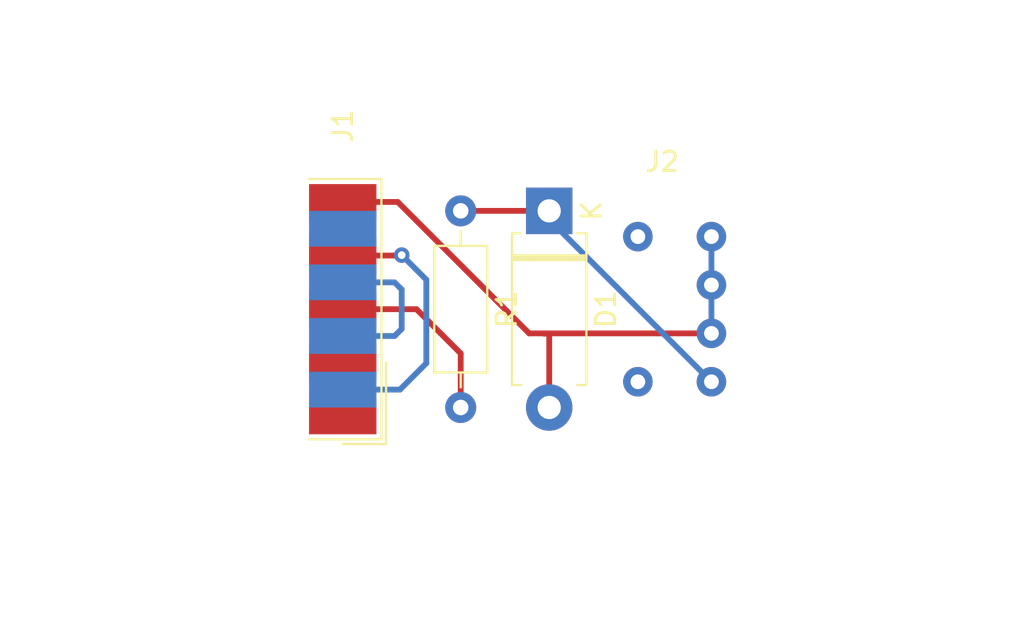
<source format=kicad_pcb>
(kicad_pcb (version 20171130) (host pcbnew 5.1.9)

  (general
    (thickness 1.6)
    (drawings 4)
    (tracks 27)
    (zones 0)
    (modules 4)
    (nets 11)
  )

  (page A4)
  (layers
    (0 F.Cu signal)
    (31 B.Cu signal)
    (32 B.Adhes user)
    (33 F.Adhes user)
    (34 B.Paste user)
    (35 F.Paste user)
    (36 B.SilkS user)
    (37 F.SilkS user)
    (38 B.Mask user)
    (39 F.Mask user)
    (40 Dwgs.User user)
    (41 Cmts.User user)
    (42 Eco1.User user)
    (43 Eco2.User user)
    (44 Edge.Cuts user)
    (45 Margin user)
    (46 B.CrtYd user)
    (47 F.CrtYd user)
    (48 B.Fab user)
    (49 F.Fab user)
  )

  (setup
    (last_trace_width 0.3)
    (trace_clearance 0.2)
    (zone_clearance 0.508)
    (zone_45_only no)
    (trace_min 0.2)
    (via_size 0.8)
    (via_drill 0.4)
    (via_min_size 0.4)
    (via_min_drill 0.3)
    (uvia_size 0.3)
    (uvia_drill 0.1)
    (uvias_allowed no)
    (uvia_min_size 0.2)
    (uvia_min_drill 0.1)
    (edge_width 0.05)
    (segment_width 0.2)
    (pcb_text_width 0.3)
    (pcb_text_size 1.5 1.5)
    (mod_edge_width 0.12)
    (mod_text_size 1 1)
    (mod_text_width 0.15)
    (pad_size 1.524 1.524)
    (pad_drill 0.762)
    (pad_to_mask_clearance 0)
    (aux_axis_origin 0 0)
    (visible_elements FFFFFF7F)
    (pcbplotparams
      (layerselection 0x010fc_ffffffff)
      (usegerberextensions false)
      (usegerberattributes true)
      (usegerberadvancedattributes true)
      (creategerberjobfile true)
      (excludeedgelayer true)
      (linewidth 0.100000)
      (plotframeref false)
      (viasonmask false)
      (mode 1)
      (useauxorigin false)
      (hpglpennumber 1)
      (hpglpenspeed 20)
      (hpglpendiameter 15.000000)
      (psnegative false)
      (psa4output false)
      (plotreference true)
      (plotvalue true)
      (plotinvisibletext false)
      (padsonsilk false)
      (subtractmaskfromsilk false)
      (outputformat 1)
      (mirror false)
      (drillshape 1)
      (scaleselection 1)
      (outputdirectory ""))
  )

  (net 0 "")
  (net 1 "Net-(D1-Pad1)")
  (net 2 GND)
  (net 3 "Net-(J1-Pad1)")
  (net 4 "Net-(J1-Pad2)")
  (net 5 "Net-(J1-Pad3)")
  (net 6 "Net-(J1-Pad4)")
  (net 7 "Net-(J1-Pad7)")
  (net 8 "Net-(J1-Pad9)")
  (net 9 "Net-(J2-Pad1)")
  (net 10 "Net-(J2-Pad4)")

  (net_class Default "This is the default net class."
    (clearance 0.2)
    (trace_width 0.3)
    (via_dia 0.8)
    (via_drill 0.4)
    (uvia_dia 0.3)
    (uvia_drill 0.1)
    (add_net GND)
    (add_net "Net-(D1-Pad1)")
    (add_net "Net-(J1-Pad1)")
    (add_net "Net-(J1-Pad2)")
    (add_net "Net-(J1-Pad3)")
    (add_net "Net-(J1-Pad4)")
    (add_net "Net-(J1-Pad7)")
    (add_net "Net-(J1-Pad9)")
    (add_net "Net-(J2-Pad1)")
    (add_net "Net-(J2-Pad4)")
  )

  (module Diode_THT:D_DO-15_P10.16mm_Horizontal (layer F.Cu) (tedit 5AE50CD5) (tstamp 60378413)
    (at 145.288 76.2 270)
    (descr "Diode, DO-15 series, Axial, Horizontal, pin pitch=10.16mm, , length*diameter=7.6*3.6mm^2, , http://www.diodes.com/_files/packages/DO-15.pdf")
    (tags "Diode DO-15 series Axial Horizontal pin pitch 10.16mm  length 7.6mm diameter 3.6mm")
    (path /6036EB86)
    (fp_text reference D1 (at 5.08 -2.92 90) (layer F.SilkS)
      (effects (font (size 1 1) (thickness 0.15)))
    )
    (fp_text value 1N4148 (at 5.08 2.92 90) (layer F.Fab)
      (effects (font (size 1 1) (thickness 0.15)))
    )
    (fp_line (start 11.61 -2.05) (end -1.45 -2.05) (layer F.CrtYd) (width 0.05))
    (fp_line (start 11.61 2.05) (end 11.61 -2.05) (layer F.CrtYd) (width 0.05))
    (fp_line (start -1.45 2.05) (end 11.61 2.05) (layer F.CrtYd) (width 0.05))
    (fp_line (start -1.45 -2.05) (end -1.45 2.05) (layer F.CrtYd) (width 0.05))
    (fp_line (start 2.3 -1.92) (end 2.3 1.92) (layer F.SilkS) (width 0.12))
    (fp_line (start 2.54 -1.92) (end 2.54 1.92) (layer F.SilkS) (width 0.12))
    (fp_line (start 2.42 -1.92) (end 2.42 1.92) (layer F.SilkS) (width 0.12))
    (fp_line (start 9 1.92) (end 9 1.44) (layer F.SilkS) (width 0.12))
    (fp_line (start 1.16 1.92) (end 9 1.92) (layer F.SilkS) (width 0.12))
    (fp_line (start 1.16 1.44) (end 1.16 1.92) (layer F.SilkS) (width 0.12))
    (fp_line (start 9 -1.92) (end 9 -1.44) (layer F.SilkS) (width 0.12))
    (fp_line (start 1.16 -1.92) (end 9 -1.92) (layer F.SilkS) (width 0.12))
    (fp_line (start 1.16 -1.44) (end 1.16 -1.92) (layer F.SilkS) (width 0.12))
    (fp_line (start 2.32 -1.8) (end 2.32 1.8) (layer F.Fab) (width 0.1))
    (fp_line (start 2.52 -1.8) (end 2.52 1.8) (layer F.Fab) (width 0.1))
    (fp_line (start 2.42 -1.8) (end 2.42 1.8) (layer F.Fab) (width 0.1))
    (fp_line (start 10.16 0) (end 8.88 0) (layer F.Fab) (width 0.1))
    (fp_line (start 0 0) (end 1.28 0) (layer F.Fab) (width 0.1))
    (fp_line (start 8.88 -1.8) (end 1.28 -1.8) (layer F.Fab) (width 0.1))
    (fp_line (start 8.88 1.8) (end 8.88 -1.8) (layer F.Fab) (width 0.1))
    (fp_line (start 1.28 1.8) (end 8.88 1.8) (layer F.Fab) (width 0.1))
    (fp_line (start 1.28 -1.8) (end 1.28 1.8) (layer F.Fab) (width 0.1))
    (fp_text user %R (at 5.65 0 90) (layer F.Fab)
      (effects (font (size 1 1) (thickness 0.15)))
    )
    (fp_text user K (at 0 -2.2 90) (layer F.Fab)
      (effects (font (size 1 1) (thickness 0.15)))
    )
    (fp_text user K (at 0 -2.2 90) (layer F.SilkS)
      (effects (font (size 1 1) (thickness 0.15)))
    )
    (pad 1 thru_hole rect (at 0 0 270) (size 2.4 2.4) (drill 1.2) (layers *.Cu *.Mask)
      (net 1 "Net-(D1-Pad1)"))
    (pad 2 thru_hole oval (at 10.16 0 270) (size 2.4 2.4) (drill 1.2) (layers *.Cu *.Mask)
      (net 2 GND))
    (model ${KISYS3DMOD}/Diode_THT.3dshapes/D_DO-15_P10.16mm_Horizontal.wrl
      (at (xyz 0 0 0))
      (scale (xyz 1 1 1))
      (rotate (xyz 0 0 0))
    )
  )

  (module Connector_Dsub:DSUB-9_Female_EdgeMount_P2.77mm (layer F.Cu) (tedit 59FEDEE2) (tstamp 603780E8)
    (at 134.62 81.28 270)
    (descr "9-pin D-Sub connector, solder-cups edge-mounted, female, x-pin-pitch 2.77mm, distance of mounting holes 25mm, see https://disti-assets.s3.amazonaws.com/tonar/files/datasheets/16730.pdf")
    (tags "9-pin D-Sub connector edge mount solder cup female x-pin-pitch 2.77mm mounting holes distance 25mm")
    (path /60369E1B)
    (attr smd)
    (fp_text reference J1 (at -9.463333 0 90) (layer F.SilkS)
      (effects (font (size 1 1) (thickness 0.15)))
    )
    (fp_text value DB9_Female (at 0 16.86 90) (layer F.Fab)
      (effects (font (size 1 1) (thickness 0.15)))
    )
    (fp_line (start -15.425 1.99) (end 15.425 1.99) (layer Dwgs.User) (width 0.05))
    (fp_line (start 6.963333 -2.24) (end 2.77 -2.24) (layer F.SilkS) (width 0.12))
    (fp_line (start 6.963333 0) (end 6.963333 -2.24) (layer F.SilkS) (width 0.12))
    (fp_line (start -6.723333 -2) (end -6.723333 1.74) (layer F.SilkS) (width 0.12))
    (fp_line (start 6.723333 -2) (end -6.723333 -2) (layer F.SilkS) (width 0.12))
    (fp_line (start 6.723333 1.74) (end 6.723333 -2) (layer F.SilkS) (width 0.12))
    (fp_line (start -7 1.5) (end -7 -2.25) (layer F.CrtYd) (width 0.05))
    (fp_line (start -8.05 1.5) (end -7 1.5) (layer F.CrtYd) (width 0.05))
    (fp_line (start -8.05 4.3) (end -8.05 1.5) (layer F.CrtYd) (width 0.05))
    (fp_line (start -9.05 4.3) (end -8.05 4.3) (layer F.CrtYd) (width 0.05))
    (fp_line (start -9.05 8.8) (end -9.05 4.3) (layer F.CrtYd) (width 0.05))
    (fp_line (start -15.95 8.8) (end -9.05 8.8) (layer F.CrtYd) (width 0.05))
    (fp_line (start -15.95 10.2) (end -15.95 8.8) (layer F.CrtYd) (width 0.05))
    (fp_line (start -8.65 10.2) (end -15.95 10.2) (layer F.CrtYd) (width 0.05))
    (fp_line (start -8.65 16.4) (end -8.65 10.2) (layer F.CrtYd) (width 0.05))
    (fp_line (start 8.65 16.4) (end -8.65 16.4) (layer F.CrtYd) (width 0.05))
    (fp_line (start 8.65 10.2) (end 8.65 16.4) (layer F.CrtYd) (width 0.05))
    (fp_line (start 15.95 10.2) (end 8.65 10.2) (layer F.CrtYd) (width 0.05))
    (fp_line (start 15.95 8.8) (end 15.95 10.2) (layer F.CrtYd) (width 0.05))
    (fp_line (start 9.05 8.8) (end 15.95 8.8) (layer F.CrtYd) (width 0.05))
    (fp_line (start 9.05 4.3) (end 9.05 8.8) (layer F.CrtYd) (width 0.05))
    (fp_line (start 8.05 4.3) (end 9.05 4.3) (layer F.CrtYd) (width 0.05))
    (fp_line (start 8.05 1.5) (end 8.05 4.3) (layer F.CrtYd) (width 0.05))
    (fp_line (start 7 1.5) (end 8.05 1.5) (layer F.CrtYd) (width 0.05))
    (fp_line (start 7 -2.25) (end 7 1.5) (layer F.CrtYd) (width 0.05))
    (fp_line (start -7 -2.25) (end 7 -2.25) (layer F.CrtYd) (width 0.05))
    (fp_line (start 8.15 9.69) (end -8.15 9.69) (layer F.Fab) (width 0.1))
    (fp_line (start 8.15 15.86) (end 8.15 9.69) (layer F.Fab) (width 0.1))
    (fp_line (start -8.15 15.86) (end 8.15 15.86) (layer F.Fab) (width 0.1))
    (fp_line (start -8.15 9.69) (end -8.15 15.86) (layer F.Fab) (width 0.1))
    (fp_line (start 15.425 9.29) (end -15.425 9.29) (layer F.Fab) (width 0.1))
    (fp_line (start 15.425 9.69) (end 15.425 9.29) (layer F.Fab) (width 0.1))
    (fp_line (start -15.425 9.69) (end 15.425 9.69) (layer F.Fab) (width 0.1))
    (fp_line (start -15.425 9.29) (end -15.425 9.69) (layer F.Fab) (width 0.1))
    (fp_line (start 8.55 4.79) (end -8.55 4.79) (layer F.Fab) (width 0.1))
    (fp_line (start 8.55 9.29) (end 8.55 4.79) (layer F.Fab) (width 0.1))
    (fp_line (start -8.55 9.29) (end 8.55 9.29) (layer F.Fab) (width 0.1))
    (fp_line (start -8.55 4.79) (end -8.55 9.29) (layer F.Fab) (width 0.1))
    (fp_line (start 7.55 1.99) (end -7.55 1.99) (layer F.Fab) (width 0.1))
    (fp_line (start 7.55 4.79) (end 7.55 1.99) (layer F.Fab) (width 0.1))
    (fp_line (start -7.55 4.79) (end 7.55 4.79) (layer F.Fab) (width 0.1))
    (fp_line (start -7.55 1.99) (end -7.55 4.79) (layer F.Fab) (width 0.1))
    (fp_line (start -3.555 -0.91) (end -4.755 -0.91) (layer B.Fab) (width 0.1))
    (fp_line (start -3.555 1.99) (end -3.555 -0.91) (layer B.Fab) (width 0.1))
    (fp_line (start -4.755 1.99) (end -3.555 1.99) (layer B.Fab) (width 0.1))
    (fp_line (start -4.755 -0.91) (end -4.755 1.99) (layer B.Fab) (width 0.1))
    (fp_line (start -0.785 -0.91) (end -1.985 -0.91) (layer B.Fab) (width 0.1))
    (fp_line (start -0.785 1.99) (end -0.785 -0.91) (layer B.Fab) (width 0.1))
    (fp_line (start -1.985 1.99) (end -0.785 1.99) (layer B.Fab) (width 0.1))
    (fp_line (start -1.985 -0.91) (end -1.985 1.99) (layer B.Fab) (width 0.1))
    (fp_line (start 1.985 -0.91) (end 0.785 -0.91) (layer B.Fab) (width 0.1))
    (fp_line (start 1.985 1.99) (end 1.985 -0.91) (layer B.Fab) (width 0.1))
    (fp_line (start 0.785 1.99) (end 1.985 1.99) (layer B.Fab) (width 0.1))
    (fp_line (start 0.785 -0.91) (end 0.785 1.99) (layer B.Fab) (width 0.1))
    (fp_line (start 4.755 -0.91) (end 3.555 -0.91) (layer B.Fab) (width 0.1))
    (fp_line (start 4.755 1.99) (end 4.755 -0.91) (layer B.Fab) (width 0.1))
    (fp_line (start 3.555 1.99) (end 4.755 1.99) (layer B.Fab) (width 0.1))
    (fp_line (start 3.555 -0.91) (end 3.555 1.99) (layer B.Fab) (width 0.1))
    (fp_line (start -4.94 -0.91) (end -6.14 -0.91) (layer F.Fab) (width 0.1))
    (fp_line (start -4.94 1.99) (end -4.94 -0.91) (layer F.Fab) (width 0.1))
    (fp_line (start -6.14 1.99) (end -4.94 1.99) (layer F.Fab) (width 0.1))
    (fp_line (start -6.14 -0.91) (end -6.14 1.99) (layer F.Fab) (width 0.1))
    (fp_line (start -2.17 -0.91) (end -3.37 -0.91) (layer F.Fab) (width 0.1))
    (fp_line (start -2.17 1.99) (end -2.17 -0.91) (layer F.Fab) (width 0.1))
    (fp_line (start -3.37 1.99) (end -2.17 1.99) (layer F.Fab) (width 0.1))
    (fp_line (start -3.37 -0.91) (end -3.37 1.99) (layer F.Fab) (width 0.1))
    (fp_line (start 0.6 -0.91) (end -0.6 -0.91) (layer F.Fab) (width 0.1))
    (fp_line (start 0.6 1.99) (end 0.6 -0.91) (layer F.Fab) (width 0.1))
    (fp_line (start -0.6 1.99) (end 0.6 1.99) (layer F.Fab) (width 0.1))
    (fp_line (start -0.6 -0.91) (end -0.6 1.99) (layer F.Fab) (width 0.1))
    (fp_line (start 3.37 -0.91) (end 2.17 -0.91) (layer F.Fab) (width 0.1))
    (fp_line (start 3.37 1.99) (end 3.37 -0.91) (layer F.Fab) (width 0.1))
    (fp_line (start 2.17 1.99) (end 3.37 1.99) (layer F.Fab) (width 0.1))
    (fp_line (start 2.17 -0.91) (end 2.17 1.99) (layer F.Fab) (width 0.1))
    (fp_line (start 6.14 -0.91) (end 4.94 -0.91) (layer F.Fab) (width 0.1))
    (fp_line (start 6.14 1.99) (end 6.14 -0.91) (layer F.Fab) (width 0.1))
    (fp_line (start 4.94 1.99) (end 6.14 1.99) (layer F.Fab) (width 0.1))
    (fp_line (start 4.94 -0.91) (end 4.94 1.99) (layer F.Fab) (width 0.1))
    (fp_text user %R (at 0 3.39 90) (layer F.Fab)
      (effects (font (size 1 1) (thickness 0.15)))
    )
    (fp_text user "PCB edge" (at -10.425 1.323333 90) (layer Dwgs.User)
      (effects (font (size 0.5 0.5) (thickness 0.075)))
    )
    (pad 1 smd rect (at 5.54 0 270) (size 1.846667 3.48) (layers F.Cu F.Paste F.Mask)
      (net 3 "Net-(J1-Pad1)"))
    (pad 2 smd rect (at 2.77 0 270) (size 1.846667 3.48) (layers F.Cu F.Paste F.Mask)
      (net 4 "Net-(J1-Pad2)"))
    (pad 3 smd rect (at 0 0 270) (size 1.846667 3.48) (layers F.Cu F.Paste F.Mask)
      (net 5 "Net-(J1-Pad3)"))
    (pad 4 smd rect (at -2.77 0 270) (size 1.846667 3.48) (layers F.Cu F.Paste F.Mask)
      (net 6 "Net-(J1-Pad4)"))
    (pad 5 smd rect (at -5.54 0 270) (size 1.846667 3.48) (layers F.Cu F.Paste F.Mask)
      (net 2 GND))
    (pad 6 smd rect (at 4.155 0 270) (size 1.846667 3.48) (layers B.Cu B.Paste B.Mask)
      (net 6 "Net-(J1-Pad4)"))
    (pad 7 smd rect (at 1.385 0 270) (size 1.846667 3.48) (layers B.Cu B.Paste B.Mask)
      (net 7 "Net-(J1-Pad7)"))
    (pad 8 smd rect (at -1.385 0 270) (size 1.846667 3.48) (layers B.Cu B.Paste B.Mask)
      (net 7 "Net-(J1-Pad7)"))
    (pad 9 smd rect (at -4.155 0 270) (size 1.846667 3.48) (layers B.Cu B.Paste B.Mask)
      (net 8 "Net-(J1-Pad9)"))
    (model ${KISYS3DMOD}/Connector_Dsub.3dshapes/DSUB-9_Female_EdgeMount_P2.77mm.wrl
      (at (xyz 0 0 0))
      (scale (xyz 1 1 1))
      (rotate (xyz 0 0 0))
    )
  )

  (module fibre:HFBR-X515XZ (layer F.Cu) (tedit 6036B15C) (tstamp 60377919)
    (at 153.67 81.28)
    (path /6036D979)
    (fp_text reference J2 (at -2.54 -7.62) (layer F.SilkS)
      (effects (font (size 1 1) (thickness 0.15)))
    )
    (fp_text value HFBR-1515BZ (at 8.89 0) (layer F.Fab)
      (effects (font (size 1 1) (thickness 0.15)))
    )
    (fp_line (start 13.7 4) (end 12.3 4) (layer Dwgs.User) (width 0.12))
    (fp_line (start 12.3 2.75) (end 12.3 4) (layer Dwgs.User) (width 0.12))
    (fp_line (start 13.7 2.75) (end 13.7 4) (layer Dwgs.User) (width 0.12))
    (fp_line (start 12.3 -2.75) (end 12.3 -4) (layer Dwgs.User) (width 0.12))
    (fp_line (start 13.7 -4) (end 12.3 -4) (layer Dwgs.User) (width 0.12))
    (fp_line (start 13.7 -2.75) (end 13.7 -4) (layer Dwgs.User) (width 0.12))
    (fp_line (start 2.5 -6.25) (end 2.5 -2.75) (layer Dwgs.User) (width 0.12))
    (fp_line (start 16.1 -2.75) (end 2.5 -2.75) (layer Dwgs.User) (width 0.12))
    (fp_line (start 16.1 2.75) (end 16.1 -2.75) (layer Dwgs.User) (width 0.12))
    (fp_line (start 2.5 2.75) (end 16.1 2.75) (layer Dwgs.User) (width 0.12))
    (fp_line (start 2.5 2.75) (end 2.5 6.25) (layer Dwgs.User) (width 0.12))
    (fp_line (start -5.1 6.25) (end 2.5 6.25) (layer Dwgs.User) (width 0.12))
    (fp_line (start -5.1 -6.25) (end -5.1 6.25) (layer Dwgs.User) (width 0.12))
    (fp_line (start 2.5 -6.25) (end -5.1 -6.25) (layer Dwgs.User) (width 0.12))
    (pad 1 thru_hole circle (at -3.8 3.75) (size 1.524 1.524) (drill 0.762) (layers *.Cu *.Mask)
      (net 9 "Net-(J2-Pad1)"))
    (pad 4 thru_hole circle (at -3.8 -3.75) (size 1.524 1.524) (drill 0.762) (layers *.Cu *.Mask)
      (net 10 "Net-(J2-Pad4)"))
    (pad 5 thru_hole circle (at 0 -3.75) (size 1.524 1.524) (drill 0.762) (layers *.Cu *.Mask)
      (net 2 GND))
    (pad 6 thru_hole circle (at 0 -1.25) (size 1.524 1.524) (drill 0.762) (layers *.Cu *.Mask)
      (net 2 GND))
    (pad 7 thru_hole circle (at 0 1.25) (size 1.524 1.524) (drill 0.762) (layers *.Cu *.Mask)
      (net 2 GND))
    (pad 8 thru_hole circle (at 0 3.75) (size 1.524 1.524) (drill 0.762) (layers *.Cu *.Mask)
      (net 1 "Net-(D1-Pad1)"))
  )

  (module Resistor_THT:R_Axial_DIN0207_L6.3mm_D2.5mm_P10.16mm_Horizontal (layer F.Cu) (tedit 5AE5139B) (tstamp 60378921)
    (at 140.716 76.2 270)
    (descr "Resistor, Axial_DIN0207 series, Axial, Horizontal, pin pitch=10.16mm, 0.25W = 1/4W, length*diameter=6.3*2.5mm^2, http://cdn-reichelt.de/documents/datenblatt/B400/1_4W%23YAG.pdf")
    (tags "Resistor Axial_DIN0207 series Axial Horizontal pin pitch 10.16mm 0.25W = 1/4W length 6.3mm diameter 2.5mm")
    (path /6036E673)
    (fp_text reference R1 (at 5.08 -2.37 90) (layer F.SilkS)
      (effects (font (size 1 1) (thickness 0.15)))
    )
    (fp_text value 1k (at 5.08 2.37 90) (layer F.Fab)
      (effects (font (size 1 1) (thickness 0.15)))
    )
    (fp_line (start 11.21 -1.5) (end -1.05 -1.5) (layer F.CrtYd) (width 0.05))
    (fp_line (start 11.21 1.5) (end 11.21 -1.5) (layer F.CrtYd) (width 0.05))
    (fp_line (start -1.05 1.5) (end 11.21 1.5) (layer F.CrtYd) (width 0.05))
    (fp_line (start -1.05 -1.5) (end -1.05 1.5) (layer F.CrtYd) (width 0.05))
    (fp_line (start 9.12 0) (end 8.35 0) (layer F.SilkS) (width 0.12))
    (fp_line (start 1.04 0) (end 1.81 0) (layer F.SilkS) (width 0.12))
    (fp_line (start 8.35 -1.37) (end 1.81 -1.37) (layer F.SilkS) (width 0.12))
    (fp_line (start 8.35 1.37) (end 8.35 -1.37) (layer F.SilkS) (width 0.12))
    (fp_line (start 1.81 1.37) (end 8.35 1.37) (layer F.SilkS) (width 0.12))
    (fp_line (start 1.81 -1.37) (end 1.81 1.37) (layer F.SilkS) (width 0.12))
    (fp_line (start 10.16 0) (end 8.23 0) (layer F.Fab) (width 0.1))
    (fp_line (start 0 0) (end 1.93 0) (layer F.Fab) (width 0.1))
    (fp_line (start 8.23 -1.25) (end 1.93 -1.25) (layer F.Fab) (width 0.1))
    (fp_line (start 8.23 1.25) (end 8.23 -1.25) (layer F.Fab) (width 0.1))
    (fp_line (start 1.93 1.25) (end 8.23 1.25) (layer F.Fab) (width 0.1))
    (fp_line (start 1.93 -1.25) (end 1.93 1.25) (layer F.Fab) (width 0.1))
    (fp_text user %R (at 5.08 0 90) (layer F.Fab)
      (effects (font (size 1 1) (thickness 0.15)))
    )
    (pad 1 thru_hole circle (at 0 0 270) (size 1.6 1.6) (drill 0.8) (layers *.Cu *.Mask)
      (net 1 "Net-(D1-Pad1)"))
    (pad 2 thru_hole oval (at 10.16 0 270) (size 1.6 1.6) (drill 0.8) (layers *.Cu *.Mask)
      (net 5 "Net-(J1-Pad3)"))
    (model ${KISYS3DMOD}/Resistor_THT.3dshapes/R_Axial_DIN0207_L6.3mm_D2.5mm_P10.16mm_Horizontal.wrl
      (at (xyz 0 0 0))
      (scale (xyz 1 1 1))
      (rotate (xyz 0 0 0))
    )
  )

  (gr_line (start 132.8 73.406) (end 132.8 89.154) (layer Margin) (width 0.15) (tstamp 60378362))
  (gr_line (start 155.7 73.406) (end 155.7 89.154) (layer Margin) (width 0.15) (tstamp 60378373))
  (gr_line (start 132.8 89.154) (end 155.7 89.154) (layer Margin) (width 0.15) (tstamp 60378356))
  (gr_line (start 132.8 73.406) (end 155.7 73.406) (layer Margin) (width 0.15))

  (segment (start 145.034 76.394) (end 153.67 85.03) (width 0.3) (layer B.Cu) (net 1))
  (segment (start 145.034 75.184) (end 145.034 76.394) (width 0.3) (layer B.Cu) (net 1))
  (segment (start 145.288 76.2) (end 140.716 76.2) (width 0.3) (layer F.Cu) (net 1))
  (segment (start 134.62 75.74) (end 137.462 75.74) (width 0.3) (layer F.Cu) (net 2))
  (segment (start 137.462 75.74) (end 144.252 82.53) (width 0.3) (layer F.Cu) (net 2))
  (segment (start 145.034 82.55) (end 145.054 82.53) (width 0.3) (layer F.Cu) (net 2))
  (segment (start 144.252 82.53) (end 145.054 82.53) (width 0.3) (layer F.Cu) (net 2))
  (segment (start 153.67 82.53) (end 153.67 77.53) (width 0.3) (layer B.Cu) (net 2))
  (segment (start 145.288 82.55) (end 145.308 82.53) (width 0.3) (layer F.Cu) (net 2))
  (segment (start 145.288 86.36) (end 145.288 82.55) (width 0.3) (layer F.Cu) (net 2))
  (segment (start 145.308 82.53) (end 153.67 82.53) (width 0.3) (layer F.Cu) (net 2))
  (segment (start 145.054 82.53) (end 145.308 82.53) (width 0.3) (layer F.Cu) (net 2))
  (segment (start 140.716 83.566) (end 140.716 86.36) (width 0.3) (layer F.Cu) (net 5))
  (segment (start 138.43 81.28) (end 140.716 83.566) (width 0.3) (layer F.Cu) (net 5))
  (segment (start 134.62 81.28) (end 138.43 81.28) (width 0.3) (layer F.Cu) (net 5))
  (via (at 137.668 78.486) (size 0.8) (drill 0.4) (layers F.Cu B.Cu) (net 6))
  (segment (start 137.644 78.51) (end 137.668 78.486) (width 0.3) (layer F.Cu) (net 6))
  (segment (start 134.62 78.51) (end 137.644 78.51) (width 0.3) (layer F.Cu) (net 6))
  (segment (start 137.668 78.486) (end 138.938 79.756) (width 0.3) (layer B.Cu) (net 6))
  (segment (start 138.938 79.756) (end 138.938 84.074) (width 0.3) (layer B.Cu) (net 6))
  (segment (start 137.577 85.435) (end 134.62 85.435) (width 0.3) (layer B.Cu) (net 6))
  (segment (start 138.938 84.074) (end 137.577 85.435) (width 0.3) (layer B.Cu) (net 6))
  (segment (start 134.62 79.895) (end 137.299 79.895) (width 0.3) (layer B.Cu) (net 7))
  (segment (start 137.299 79.895) (end 137.668 80.264) (width 0.3) (layer B.Cu) (net 7))
  (segment (start 137.668 80.264) (end 137.668 82.296) (width 0.3) (layer B.Cu) (net 7))
  (segment (start 137.299 82.665) (end 134.62 82.665) (width 0.3) (layer B.Cu) (net 7))
  (segment (start 137.668 82.296) (end 137.299 82.665) (width 0.3) (layer B.Cu) (net 7))

)

</source>
